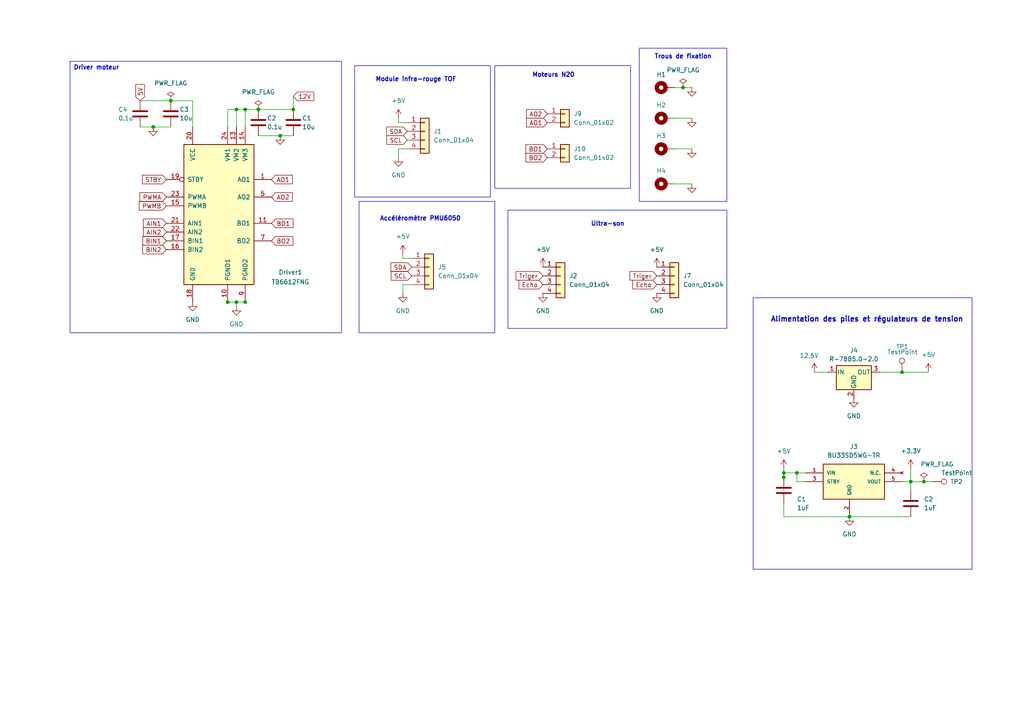
<source format=kicad_sch>
(kicad_sch (version 20250114) (generator "eeschema") (generator_version "9.0")
  (paper "A4")
  (lib_symbols
    (symbol "BU33SD5WG-TR:BU33SD5WG-TR" (pin_names (offset 1.016))
      (property "Reference" "PS1" (at 13.97 7.62 0))
      (property "Value" "BU33SD5WG-TR" (at 13.97 5.08 0))
      (symbol "BU33SD5WG-TR_0_0"
        (rectangle (start 5.08 -7.62) (end 22.86 2.54) (stroke (width 0.254)) (fill (type background)))
        (pin bidirectional line (at 0 0 0) (length 5.08) (name "VIN") (number "1"))
        (pin bidirectional line (at 0 -2.54 0) (length 5.08) (name "STBY") (number "3"))
        (pin bidirectional line (at 12.7 -12.7 90) (length 5.08) (name "GND") (number "2"))
        (pin no_connect line (at 27.94 0 180) (length 5.08) (name "N.C.") (number "4"))
        (pin bidirectional line (at 27.94 -2.54 180) (length 5.08) (name "VOUT") (number "5"))
      )
    )
    (symbol "Connector:TestPoint" (pin_numbers (hide yes)) (pin_names (offset 0.762) (hide yes))
      (property "Reference" "TP" (at 0 6.858 0))
      (property "Value" "TestPoint" (at 0 5.08 0))
      (symbol "TestPoint_0_1"
        (circle (center 0 3.302) (radius 0.762))
      )
      (symbol "TestPoint_1_1"
        (pin passive line (at 0 0 90) (length 2.54) (name "1") (number "1"))
      )
    )
    (symbol "Connector_Generic:Conn_01x02" (pin_names (offset 1.016) (hide yes))
      (property "Reference" "J" (at 0 2.54 0))
      (property "Value" "Conn_01x02" (at 0 -5.08 0))
      (symbol "Conn_01x02_1_1"
        (rectangle (start -1.27 1.27) (end 1.27 -3.81) (stroke (width 0.254)) (fill (type background)))
        (rectangle (start -1.27 0.127) (end 0 -0.127) (stroke (width 0.1524)))
        (rectangle (start -1.27 -2.413) (end 0 -2.667) (stroke (width 0.1524)))
        (pin passive line (at -5.08 0 0) (length 3.81) (name "Pin_1") (number "1"))
        (pin passive line (at -5.08 -2.54 0) (length 3.81) (name "Pin_2") (number "2"))
      )
    )
    (symbol "Connector_Generic:Conn_01x04" (pin_names (offset 1.016) (hide yes))
      (property "Reference" "J" (at 0 5.08 0))
      (property "Value" "Conn_01x04" (at 0 -7.62 0))
      (symbol "Conn_01x04_1_1"
        (rectangle (start -1.27 3.81) (end 1.27 -6.35) (stroke (width 0.254)) (fill (type background)))
        (rectangle (start -1.27 2.667) (end 0 2.413) (stroke (width 0.1524)))
        (rectangle (start -1.27 0.127) (end 0 -0.127) (stroke (width 0.1524)))
        (rectangle (start -1.27 -2.413) (end 0 -2.667) (stroke (width 0.1524)))
        (rectangle (start -1.27 -4.953) (end 0 -5.207) (stroke (width 0.1524)))
        (pin passive line (at -5.08 2.54 0) (length 3.81) (name "Pin_1") (number "1"))
        (pin passive line (at -5.08 0 0) (length 3.81) (name "Pin_2") (number "2"))
        (pin passive line (at -5.08 -2.54 0) (length 3.81) (name "Pin_3") (number "3"))
        (pin passive line (at -5.08 -5.08 0) (length 3.81) (name "Pin_4") (number "4"))
      )
    )
    (symbol "Device:C" (pin_numbers (hide yes)) (pin_names (offset 0.254))
      (property "Reference" "C" (at 0.635 2.54 0))
      (property "Value" "C" (at 0.635 -2.54 0))
      (symbol "C_0_1"
        (polyline (pts (xy -2.032 0.762) (xy 2.032 0.762)) (stroke (width 0.508)))
        (polyline (pts (xy -2.032 -0.762) (xy 2.032 -0.762)) (stroke (width 0.508)))
      )
      (symbol "C_1_1"
        (pin passive line (at 0 3.81 270) (length 2.794) (name "~") (number "1"))
        (pin passive line (at 0 -3.81 90) (length 2.794) (name "~") (number "2"))
      )
    )
    (symbol "Driver_Motor:TB6612FNG" (pin_names (offset 1.016))
      (property "Reference" "Driver1" (at 17.272 -16.764 0))
      (property "Value" "TB6612FNG" (at 15.24 -19.558 0))
      (symbol "TB6612FNG_0_1"
        (rectangle (start -10.16 20.32) (end 10.16 -20.32) (stroke (width 0.254)) (fill (type background)))
      )
      (symbol "TB6612FNG_1_1"
        (pin input inverted (at -15.24 10.16 0) (length 5.08) (name "STBY") (number "19"))
        (pin input line (at -15.24 5.08 0) (length 5.08) (name "PWMA") (number "23"))
        (pin input line (at -15.24 2.54 0) (length 5.08) (name "PWMB") (number "15"))
        (pin input line (at -15.24 -2.54 0) (length 5.08) (name "AIN1") (number "21"))
        (pin input line (at -15.24 -5.08 0) (length 5.08) (name "AIN2") (number "22"))
        (pin input line (at -15.24 -7.62 0) (length 5.08) (name "BIN1") (number "17"))
        (pin input line (at -15.24 -10.16 0) (length 5.08) (name "BIN2") (number "16"))
        (pin power_in line (at -7.62 25.4 270) (length 5.08) (name "VCC") (number "20"))
        (pin power_in line (at -7.62 -25.4 90) (length 5.08) (name "GND") (number "18"))
        (pin power_in line (at 2.54 25.4 270) (length 5.08) (name "VM1") (number "24"))
        (pin power_in line (at 2.54 -25.4 90) (length 5.08) (name "PGND1") (number "10"))
        (pin passive line (at 2.54 -25.4 90) (length 5.08) (hide yes) (name "PGND1") (number "4"))
        (pin power_in line (at 5.08 25.4 270) (length 5.08) (name "VM2") (number "13"))
        (pin power_in line (at 7.62 25.4 270) (length 5.08) (name "VM3") (number "14"))
        (pin passive line (at 7.62 -25.4 90) (length 5.08) (hide yes) (name "PGND2") (number "10"))
        (pin power_in line (at 7.62 -25.4 90) (length 5.08) (name "PGND2") (number "9"))
        (pin output line (at 15.24 10.16 180) (length 5.08) (name "AO1") (number "1"))
        (pin passive line (at 15.24 10.16 180) (length 5.08) (hide yes) (name "AO1") (number "2"))
        (pin output line (at 15.24 5.08 180) (length 5.08) (name "AO2") (number "5"))
        (pin passive line (at 15.24 5.08 180) (length 5.08) (hide yes) (name "AO2") (number "6"))
        (pin output line (at 15.24 -2.54 180) (length 5.08) (name "BO1") (number "11"))
        (pin passive line (at 15.24 -2.54 180) (length 5.08) (hide yes) (name "BO1") (number "12"))
        (pin output line (at 15.24 -7.62 180) (length 5.08) (name "BO2") (number "7"))
        (pin passive line (at 15.24 -7.62 180) (length 5.08) (hide yes) (name "BO2") (number "8"))
      )
    )
    (symbol "GND_3" (power) (pin_numbers (hide yes)) (pin_names (offset 0) (hide yes))
      (property "Value" "GND" (at 0 -3.81 0))
      (symbol "GND_3_0_1"
        (polyline (pts (xy 0 0) (xy 0 -1.27) (xy 1.27 -1.27) (xy 0 -2.54) (xy -1.27 -1.27) (xy 0 -1.27)))
      )
      (symbol "GND_3_1_1"
        (pin power_in line (at 0 0 270) (length 0) (name "~") (number "1"))
      )
    )
    (symbol "MountingHole_Pad_2" (pin_numbers (hide yes)) (pin_names (offset 1.016) (hide yes)) (exclude_from_sim yes) (in_bom no)
      (property "Reference" "H1" (at 2.54 2.5401 0))
      (property "Value" "MountingHole_Pad" (at 2.54 0.0001 0))
      (symbol "MountingHole_Pad_2_0_1"
        (circle (center 0 1.27) (radius 1.27) (stroke (width 1.27)))
      )
      (symbol "MountingHole_Pad_2_1_1"
        (pin input line (at 0 -2.54 90) (length 2.54) (name "1") (number "1"))
      )
    )
    (symbol "Regulator_Switching:R-78B5.0-2.0" (pin_names (offset 0.254))
      (property "Reference" "U" (at -3.81 3.175 0))
      (property "Value" "R-78B5.0-2.0" (at 0 3.175 0))
      (symbol "R-78B5.0-2.0_0_1"
        (rectangle (start -5.08 1.905) (end 5.08 -5.08) (stroke (width 0.254)) (fill (type background)))
      )
      (symbol "R-78B5.0-2.0_1_1"
        (pin power_in line (at -7.62 0 0) (length 2.54) (name "IN") (number "1"))
        (pin power_in line (at 0 -7.62 90) (length 2.54) (name "GND") (number "2"))
        (pin power_out line (at 7.62 0 180) (length 2.54) (name "OUT") (number "3"))
      )
    )
    (symbol "power:+3.3V" (power) (pin_numbers (hide yes)) (pin_names (offset 0) (hide yes))
      (property "Value" "+3.3V" (at 0 3.556 0))
      (symbol "+3.3V_0_1"
        (polyline (pts (xy -0.762 1.27) (xy 0 2.54)))
        (polyline (pts (xy 0 2.54) (xy 0.762 1.27)))
        (polyline (pts (xy 0 0) (xy 0 2.54)))
      )
      (symbol "+3.3V_1_1"
        (pin power_in line (at 0 0 90) (length 0) (name "~") (number "1"))
      )
    )
    (symbol "power:+5V" (power) (pin_numbers (hide yes)) (pin_names (offset 0) (hide yes))
      (property "Value" "+5V" (at 0 3.556 0))
      (symbol "+5V_0_1"
        (polyline (pts (xy -0.762 1.27) (xy 0 2.54)))
        (polyline (pts (xy 0 2.54) (xy 0.762 1.27)))
        (polyline (pts (xy 0 0) (xy 0 2.54)))
      )
      (symbol "+5V_1_1"
        (pin power_in line (at 0 0 90) (length 0) (name "~") (number "1"))
      )
    )
    (symbol "power:+7.5V" (power) (pin_numbers (hide yes)) (pin_names (offset 0) (hide yes))
      (property "Value" "+7.5V" (at 0 3.556 0))
      (symbol "+7.5V_0_1"
        (polyline (pts (xy -0.762 1.27) (xy 0 2.54)))
        (polyline (pts (xy 0 2.54) (xy 0.762 1.27)))
        (polyline (pts (xy 0 0) (xy 0 2.54)))
      )
      (symbol "+7.5V_1_1"
        (pin power_in line (at 0 0 90) (length 0) (name "~") (number "1"))
      )
    )
    (symbol "power:GND" (power) (pin_numbers (hide yes)) (pin_names (offset 0) (hide yes))
      (property "Value" "GND" (at 0 -3.81 0))
      (symbol "GND_0_1"
        (polyline (pts (xy 0 0) (xy 0 -1.27) (xy 1.27 -1.27) (xy 0 -2.54) (xy -1.27 -1.27) (xy 0 -1.27)))
      )
      (symbol "GND_1_1"
        (pin power_in line (at 0 0 270) (length 0) (name "~") (number "1"))
      )
    )
    (symbol "power:PWR_FLAG" (power) (pin_numbers (hide yes)) (pin_names (offset 0) (hide yes))
      (property "Value" "PWR_FLAG" (at 0 3.81 0))
      (symbol "PWR_FLAG_0_0"
        (pin power_out line (at 0 0 90) (length 0) (name "~") (number "1"))
      )
      (symbol "PWR_FLAG_0_1"
        (polyline (pts (xy 0 0) (xy 0 1.27) (xy -1.016 1.905) (xy 0 2.54) (xy 1.016 1.905) (xy 0 1.27)))
      )
    )
  )
  (rectangle (start 147.32 60.96) (end 210.82 95.25))
  (rectangle (start 102.87 19.05) (end 142.24 57.15))
  (rectangle (start 104.14 58.42) (end 143.51 96.52))
  (rectangle (start 218.44 86.36) (end 281.94 165.1))
  (rectangle (start 185.42 13.97) (end 210.82 58.42))
  (rectangle (start 143.51 19.05) (end 182.88 54.61))
  (text "Module infra-rouge TOF\n\n" (at 120.65 24.13 0) (effects (font (size 1.27 1.27) (thickness 0.254) (bold yes))))
  (text "Trous de fixation\n" (at 198.12 16.51 0) (effects (font (size 1.27 1.27) (thickness 0.254) (bold yes))))
  (text "Ultra-son\n" (at 176.276 65.024 0) (effects (font (size 1.27 1.27) (thickness 0.254) (bold yes))))
  (text "Moteurs N20\n\n" (at 160.528 22.86 0) (effects (font (size 1.27 1.27) (thickness 0.254) (bold yes))))
  (text "Accéléromètre PMU6050" (at 121.92 63.5 0) (effects (font (size 1.27 1.27) (thickness 0.254) (bold yes))))
  (text "Alimentation des piles et régulateurs de tension" (at 251.46 92.71 0) (effects (font (size 1.5 1.5) (thickness 0.3) (bold yes))))
  (text_box "Driver moteur" (at 20.32 17.78 0) (size 78.74 78.74) (margins 0.9525 0.9525 0.9525 0.9525) (effects (font (size 1.27 1.27) (thickness 0.254) (bold yes)) (justify left top)))
  (junction (at 227.33 137.16))
  (junction (at 264.16 139.7))
  (junction (at 198.12 25.4))
  (junction (at 81.28 39.37))
  (junction (at 68.58 31.75))
  (junction (at 74.93 31.75))
  (junction (at 44.45 36.83))
  (junction (at 66.04 87.63))
  (junction (at 71.12 87.63))
  (junction (at 267.97 139.7))
  (junction (at 49.53 29.21))
  (junction (at 246.38 149.86))
  (junction (at 68.58 87.63))
  (junction (at 85.09 31.75))
  (junction (at 71.12 31.75))
  (junction (at 227.33 138.43))
  (junction (at 231.14 137.16))
  (junction (at 261.62 107.95))
  (wire (pts (xy 115.57 45.72) (xy 115.57 43.18)))
  (wire (pts (xy 66.04 86.36) (xy 66.04 87.63)))
  (wire (pts (xy 71.12 31.75) (xy 74.93 31.75)))
  (wire (pts (xy 116.84 74.93) (xy 119.38 74.93)))
  (wire (pts (xy 195.58 53.34) (xy 200.66 53.34)))
  (wire (pts (xy 198.12 25.4) (xy 200.66 25.4)))
  (wire (pts (xy 68.58 31.75) (xy 71.12 31.75)))
  (wire (pts (xy 195.58 34.29) (xy 200.66 34.29)))
  (wire (pts (xy 116.84 73.66) (xy 116.84 74.93)))
  (wire (pts (xy 231.14 137.16) (xy 233.68 137.16)))
  (wire (pts (xy 40.64 29.21) (xy 49.53 29.21)))
  (wire (pts (xy 227.33 142.24) (xy 227.33 138.43)))
  (wire (pts (xy 236.22 107.95) (xy 240.03 107.95)))
  (wire (pts (xy 115.57 34.29) (xy 115.57 35.56)))
  (wire (pts (xy 227.33 135.89) (xy 227.33 137.16)))
  (wire (pts (xy 66.04 31.75) (xy 68.58 31.75)))
  (wire (pts (xy 66.04 87.63) (xy 68.58 87.63)))
  (wire (pts (xy 66.04 31.75) (xy 66.04 36.83)))
  (wire (pts (xy 68.58 88.9) (xy 68.58 87.63)))
  (wire (pts (xy 68.58 87.63) (xy 71.12 87.63)))
  (wire (pts (xy 44.45 36.83) (xy 49.53 36.83)))
  (wire (pts (xy 227.33 149.86) (xy 246.38 149.86)))
  (wire (pts (xy 227.33 137.16) (xy 231.14 137.16)))
  (wire (pts (xy 227.33 149.86) (xy 227.33 146.05)))
  (wire (pts (xy 71.12 31.75) (xy 71.12 36.83)))
  (wire (pts (xy 246.38 149.86) (xy 264.16 149.86)))
  (wire (pts (xy 195.58 25.4) (xy 198.12 25.4)))
  (wire (pts (xy 116.84 85.09) (xy 116.84 82.55)))
  (wire (pts (xy 74.93 31.75) (xy 85.09 31.75)))
  (wire (pts (xy 85.09 27.94) (xy 85.09 31.75)))
  (wire (pts (xy 40.64 36.83) (xy 44.45 36.83)))
  (wire (pts (xy 74.93 39.37) (xy 81.28 39.37)))
  (wire (pts (xy 55.88 29.21) (xy 55.88 36.83)))
  (wire (pts (xy 115.57 43.18) (xy 118.11 43.18)))
  (wire (pts (xy 270.51 139.7) (xy 267.97 139.7)))
  (wire (pts (xy 116.84 82.55) (xy 119.38 82.55)))
  (wire (pts (xy 55.88 29.21) (xy 49.53 29.21)))
  (wire (pts (xy 264.16 139.7) (xy 264.16 142.24)))
  (wire (pts (xy 255.27 107.95) (xy 261.62 107.95)))
  (wire (pts (xy 231.14 139.7) (xy 233.68 139.7)))
  (wire (pts (xy 68.58 31.75) (xy 68.58 36.83)))
  (wire (pts (xy 269.24 107.95) (xy 261.62 107.95)))
  (wire (pts (xy 231.14 137.16) (xy 231.14 139.7)))
  (wire (pts (xy 261.62 139.7) (xy 264.16 139.7)))
  (wire (pts (xy 115.57 35.56) (xy 118.11 35.56)))
  (wire (pts (xy 195.58 43.18) (xy 200.66 43.18)))
  (wire (pts (xy 264.16 135.89) (xy 264.16 139.7)))
  (wire (pts (xy 81.28 39.37) (xy 85.09 39.37)))
  (wire (pts (xy 267.97 139.7) (xy 264.16 139.7)))
  (wire (pts (xy 71.12 86.36) (xy 71.12 87.63)))
  (wire (pts (xy 227.33 137.16) (xy 227.33 138.43)))
  (global_label "BO2" (shape input) (at 78.74 69.85 0) (effects (font (thickness 0.1588))) (property "Intersheetrefs" "${INTERSHEET_REFS}" (effects (hide yes))))
  (global_label "BIN2" (shape input) (at 48.26 72.39 180) (effects (font (thickness 0.1588))) (property "Intersheetrefs" "${INTERSHEET_REFS}" (effects (hide yes))))
  (global_label "SCL" (shape input) (at 119.38 80.01 180) (property "Intersheetrefs" "${INTERSHEET_REFS}" (effects (hide yes))))
  (global_label "12V" (shape input) (at 85.09 27.94 0) (property "Intersheetrefs" "${INTERSHEET_REFS}" (effects (hide yes))))
  (global_label "AO1" (shape input) (at 158.75 35.56 180) (effects (font (thickness 0.1588))) (property "Intersheetrefs" "${INTERSHEET_REFS}" (effects (hide yes))))
  (global_label "SDA" (shape input) (at 119.38 77.47 180) (property "Intersheetrefs" "${INTERSHEET_REFS}" (effects (hide yes))))
  (global_label "SDA" (shape input) (at 118.11 38.1 180) (property "Intersheetrefs" "${INTERSHEET_REFS}" (effects (hide yes))))
  (global_label "AO1" (shape input) (at 78.74 52.07 0) (effects (font (thickness 0.1588))) (property "Intersheetrefs" "${INTERSHEET_REFS}" (effects (hide yes))))
  (global_label "5V" (shape input) (at 40.64 29.21 90) (property "Intersheetrefs" "${INTERSHEET_REFS}" (effects (hide yes))))
  (global_label "AO2" (shape input) (at 78.74 57.15 0) (effects (font (thickness 0.1588))) (property "Intersheetrefs" "${INTERSHEET_REFS}" (effects (hide yes))))
  (global_label "Triger" (shape input) (at 157.48 80.01 180) (property "Intersheetrefs" "${INTERSHEET_REFS}" (effects (hide yes))))
  (global_label "BO2" (shape input) (at 158.75 45.72 180) (effects (font (thickness 0.1588))) (property "Intersheetrefs" "${INTERSHEET_REFS}" (effects (hide yes))))
  (global_label "BO1" (shape input) (at 158.75 43.18 180) (effects (font (thickness 0.1588))) (property "Intersheetrefs" "${INTERSHEET_REFS}" (effects (hide yes))))
  (global_label "AIN2" (shape input) (at 48.26 67.31 180) (effects (font (thickness 0.1588))) (property "Intersheetrefs" "${INTERSHEET_REFS}" (effects (hide yes))))
  (global_label "STBY" (shape input) (at 48.26 52.07 180) (effects (font (thickness 0.1588))) (property "Intersheetrefs" "${INTERSHEET_REFS}" (effects (hide yes))))
  (global_label "PWMA" (shape input) (at 48.26 57.15 180) (effects (font (thickness 0.1588))) (property "Intersheetrefs" "${INTERSHEET_REFS}" (effects (hide yes))))
  (global_label "AO2" (shape input) (at 158.75 33.02 180) (effects (font (thickness 0.1588))) (property "Intersheetrefs" "${INTERSHEET_REFS}" (effects (hide yes))))
  (global_label "PWMB" (shape input) (at 48.26 59.69 180) (effects (font (thickness 0.1588))) (property "Intersheetrefs" "${INTERSHEET_REFS}" (effects (hide yes))))
  (global_label "Echo" (shape input) (at 157.48 82.55 180) (property "Intersheetrefs" "${INTERSHEET_REFS}" (effects (hide yes))))
  (global_label "SCL" (shape input) (at 118.11 40.64 180) (property "Intersheetrefs" "${INTERSHEET_REFS}" (effects (hide yes))))
  (global_label "AIN1" (shape input) (at 48.26 64.77 180) (effects (font (thickness 0.1588))) (property "Intersheetrefs" "${INTERSHEET_REFS}" (effects (hide yes))))
  (global_label "Echo" (shape input) (at 190.5 82.55 180) (property "Intersheetrefs" "${INTERSHEET_REFS}" (effects (hide yes))))
  (global_label "BO1" (shape input) (at 78.74 64.77 0) (effects (font (thickness 0.1588))) (property "Intersheetrefs" "${INTERSHEET_REFS}" (effects (hide yes))))
  (global_label "Triger" (shape input) (at 190.5 80.01 180) (property "Intersheetrefs" "${INTERSHEET_REFS}" (effects (hide yes))))
  (global_label "BIN1" (shape input) (at 48.26 69.85 180) (effects (font (thickness 0.1588))) (property "Intersheetrefs" "${INTERSHEET_REFS}" (effects (hide yes))))
  (symbol (lib_id "power:+7.5V") (at 236.22 107.95 0) (unit 1)
    (property "Reference" "#PWR010" (effects (hide yes)))
    (property "Value" "12,6V" (at 231.902 103.124 0) (effects (justify left)))
    (property "Description" "Power symbol creates a global label with name \"+7.5V\"" (effects (hide yes)))
  )
  (symbol (lib_id "power:+3.3V") (at 115.57 34.29 0) (unit 1)
    (property "Reference" "#PWR06" (effects (hide yes)))
    (property "Value" "+5V" (at 115.57 29.21 0))
    (property "Description" "Power symbol creates a global label with name \"+3.3V\"" (effects (hide yes)))
  )
  (symbol (lib_name "MountingHole_Pad_2") (lib_id "Mechanical:MountingHole_Pad") (at 193.04 53.34 90) (unit 1) (exclude_from_sim yes) (in_bom no)
    (property "Reference" "H4" (at 191.77 49.53 90))
    (property "Value" "MountingHole_Pad" (effects (hide yes)))
    (property "Footprint" "MountingHole:MountingHole_2.7mm_M2.5_Pad" (effects (hide yes)))
    (property "Description" "Mounting Hole with connection" (effects (hide yes)))
  )
  (symbol (lib_id "power:PWR_FLAG") (at 198.12 25.4 0) (unit 1)
    (property "Reference" "#FLG01" (effects (hide yes)))
    (property "Value" "PWR_FLAG" (at 198.12 20.32 0))
    (property "Description" "Special symbol for telling ERC where power comes from" (effects (hide yes)))
  )
  (symbol (lib_id "Device:C") (at 40.64 33.02 0) (unit 1)
    (property "Reference" "C4" (at 34.29 31.75 0) (effects (justify left)))
    (property "Value" "0.1u" (at 34.29 34.29 0) (effects (justify left)))
    (property "Footprint" "Capacitor_SMD:C_0402_1005Metric" (effects (hide yes)))
    (property "Description" "Unpolarized capacitor" (effects (hide yes)))
  )
  (symbol (lib_id "power:GND") (at 81.28 39.37 0) (unit 1)
    (property "Reference" "#PWR034" (effects (hide yes)))
    (property "Value" "GND" (effects (hide yes)))
    (property "Description" "Power symbol creates a global label with name \"GND\" , ground" (effects (hide yes)))
  )
  (symbol (lib_id "Connector_Generic:Conn_01x04") (at 195.58 80.01 0) (unit 1)
    (property "Reference" "J7" (at 198.12 80.0099 0) (effects (justify left)))
    (property "Value" "Conn_01x04" (at 198.12 82.5499 0) (effects (justify left)))
    (property "Footprint" "Connector_JST:JST_PH_B4B-PH-K_1x04_P2.00mm_Vertical" (effects (hide yes)))
    (property "Description" "Generic connector, single row, 01x04, script generated (kicad-library-utils/schlib/autogen/connector/)" (effects (hide yes)))
  )
  (symbol (lib_name "MountingHole_Pad_2") (lib_id "Mechanical:MountingHole_Pad") (at 193.04 43.18 90) (unit 1) (exclude_from_sim yes) (in_bom no)
    (property "Reference" "H3" (at 191.77 39.37 90))
    (property "Value" "MountingHole_Pad" (effects (hide yes)))
    (property "Footprint" "MountingHole:MountingHole_2.7mm_M2.5_Pad" (effects (hide yes)))
    (property "Description" "Mounting Hole with connection" (effects (hide yes)))
  )
  (symbol (lib_id "power:PWR_FLAG") (at 267.97 139.7 0) (unit 1)
    (property "Reference" "#FLG02" (effects (hide yes)))
    (property "Value" "PWR_FLAG" (at 271.78 134.62 0))
    (property "Description" "Special symbol for telling ERC where power comes from" (effects (hide yes)))
  )
  (symbol (lib_id "Device:C") (at 74.93 35.56 0) (unit 1)
    (property "Reference" "C2" (at 77.47 34.29 0) (effects (justify left)))
    (property "Value" "0.1u" (at 77.47 36.83 0) (effects (justify left)))
    (property "Footprint" "Capacitor_SMD:C_0402_1005Metric" (effects (hide yes)))
    (property "Description" "Unpolarized capacitor" (effects (hide yes)))
  )
  (symbol (lib_id "power:+5V") (at 227.33 135.89 0) (unit 1)
    (property "Reference" "#PWR08" (effects (hide yes)))
    (property "Value" "+5V" (at 227.33 130.81 0))
    (property "Description" "Power symbol creates a global label with name \"+5V\"" (effects (hide yes)))
  )
  (symbol (lib_id "Connector:TestPoint") (at 261.62 107.95 0) (unit 1)
    (property "Reference" "TP1" (at 259.842 100.584 0) (effects (justify left)))
    (property "Value" "TestPoint" (at 257.302 102.108 0) (effects (justify left)))
    (property "Footprint" "TestPoint:TestPoint_Pad_D2.0mm" (effects (hide yes)))
    (property "Description" "test point" (effects (hide yes)))
  )
  (symbol (lib_id "Connector_Generic:Conn_01x04") (at 124.46 77.47 0) (unit 1)
    (property "Reference" "J5" (at 127 77.4699 0) (effects (justify left)))
    (property "Value" "Conn_01x04" (at 127 80.0099 0) (effects (justify left)))
    (property "Description" "Generic connector, single row, 01x04, script generated (kicad-library-utils/schlib/autogen/connector/)" (effects (hide yes)))
  )
  (symbol (lib_id "power:+5V") (at 157.48 77.47 0) (unit 1)
    (property "Reference" "#PWR04" (effects (hide yes)))
    (property "Value" "+5V" (at 157.48 72.39 0))
    (property "Description" "Power symbol creates a global label with name \"+5V\"" (effects (hide yes)))
  )
  (symbol (lib_id "Connector:TestPoint") (at 270.51 139.7 270) (unit 1)
    (property "Reference" "TP2" (at 275.59 139.7 90) (effects (justify left)))
    (property "Value" "TestPoint" (at 273.05 137.16 90) (effects (justify left)))
    (property "Footprint" "TestPoint:TestPoint_Pad_D2.0mm" (effects (hide yes)))
    (property "Description" "test point" (effects (hide yes)))
  )
  (symbol (lib_id "Connector_Generic:Conn_01x04") (at 162.56 80.01 0) (unit 1)
    (property "Reference" "J2" (at 165.1 80.0099 0) (effects (justify left)))
    (property "Value" "Conn_01x04" (at 165.1 82.5499 0) (effects (justify left)))
    (property "Footprint" "Connector_JST:JST_PH_B4B-PH-K_1x04_P2.00mm_Vertical" (effects (hide yes)))
    (property "Description" "Generic connector, single row, 01x04, script generated (kicad-library-utils/schlib/autogen/connector/)" (effects (hide yes)))
  )
  (symbol (lib_id "power:GND") (at 200.66 34.29 0) (unit 1)
    (property "Reference" "#PWR02" (effects (hide yes)))
    (property "Value" "GND" (effects (hide yes)))
    (property "Description" "Power symbol creates a global label with name \"GND\" , ground" (effects (hide yes)))
  )
  (symbol (lib_id "Driver_Motor:TB6612FNG") (at 63.5 62.23 0) (unit 1)
    (property "Reference" "Driver1" (at 80.772 78.994 0) (effects (justify left)))
    (property "Value" "TB6612FNG" (at 78.74 81.788 0) (effects (justify left)))
    (property "Footprint" "Package_SO:SSOP-24_5.3x8.2mm_P0.65mm" (effects (hide yes)))
    (property "Datasheet" "https://toshiba.semicon-storage.com/us/product/linear/motordriver/detail.TB6612FNG.html" (effects (hide yes)))
    (property "Description" "Driver IC for Dual DC motor, SSOP-24" (effects (hide yes)))
  )
  (symbol (lib_id "power:+5V") (at 190.5 77.47 0) (unit 1)
    (property "Reference" "#PWR018" (effects (hide yes)))
    (property "Value" "+5V" (at 190.5 72.39 0))
    (property "Description" "Power symbol creates a global label with name \"+5V\"" (effects (hide yes)))
  )
  (symbol (lib_id "Regulator_Switching:R-78B5.0-2.0") (at 247.65 107.95 0) (unit 1)
    (property "Reference" "J4" (at 247.65 101.6 0))
    (property "Value" "R-78B5.0-2.0" (at 247.65 104.14 0))
    (property "Footprint" "Converter_DCDC:Converter_DCDC_RECOM_R-78B-2.0_THT" (effects (hide yes)))
    (property "Datasheet" "https://www.recom-power.com/pdf/Innoline/R-78Bxx-2.0.pdf" (effects (hide yes)))
    (property "Description" "2A Step-Down DC/DC-Regulator, 6.5-32V input, 5.0V fixed Output Voltage, LM78xx replacement, -40°C to +85°C, SIP3" (effects (hide yes)))
  )
  (symbol (lib_name "MountingHole_Pad_2") (lib_id "Mechanical:MountingHole_Pad") (at 193.04 25.4 90) (unit 1) (exclude_from_sim yes) (in_bom no)
    (property "Reference" "H1" (at 191.77 21.59 90))
    (property "Value" "MountingHole_Pad" (effects (hide yes)))
    (property "Footprint" "MountingHole:MountingHole_2.7mm_M2.5_Pad" (effects (hide yes)))
    (property "Description" "Mounting Hole with connection" (effects (hide yes)))
  )
  (symbol (lib_id "Connector_Generic:Conn_01x02") (at 163.83 33.02 0) (unit 1)
    (property "Reference" "J9" (at 166.37 33.0199 0) (effects (justify left)))
    (property "Value" "Conn_01x02" (at 166.37 35.5599 0) (effects (justify left)))
    (property "Footprint" "Connector_JST:JST_XH_B2B-XH-A_1x02_P2.50mm_Vertical" (effects (hide yes)))
    (property "Description" "Generic connector, single row, 01x02, script generated (kicad-library-utils/schlib/autogen/connector/)" (effects (hide yes)))
  )
  (symbol (lib_id "power:PWR_FLAG") (at 49.53 29.21 0) (unit 1)
    (property "Reference" "#FLG06" (effects (hide yes)))
    (property "Value" "PWR_FLAG" (at 49.53 24.13 0))
    (property "Description" "Special symbol for telling ERC where power comes from" (effects (hide yes)))
  )
  (symbol (lib_id "power:GND") (at 68.58 88.9 0) (unit 1)
    (property "Reference" "#PWR033" (effects (hide yes)))
    (property "Value" "GND" (at 68.58 93.98 0))
    (property "Description" "Power symbol creates a global label with name \"GND\" , ground" (effects (hide yes)))
  )
  (symbol (lib_id "Device:C") (at 49.53 33.02 0) (unit 1)
    (property "Reference" "C3" (at 52.07 31.75 0) (effects (justify left)))
    (property "Value" "10u" (at 52.07 34.29 0) (effects (justify left)))
    (property "Footprint" "Capacitor_SMD:C_0805_2012Metric" (effects (hide yes)))
    (property "Description" "Unpolarized capacitor" (effects (hide yes)))
  )
  (symbol (lib_name "GND_3") (lib_id "power:GND") (at 247.65 115.57 0) (unit 1)
    (property "Reference" "#PWR011" (effects (hide yes)))
    (property "Value" "GND" (at 247.65 120.65 0))
    (property "Description" "Power symbol creates a global label with name \"GND\" , ground" (effects (hide yes)))
  )
  (symbol (lib_id "power:GND") (at 190.5 85.09 0) (unit 1)
    (property "Reference" "#PWR019" (effects (hide yes)))
    (property "Value" "GND" (at 190.5 90.17 0))
    (property "Description" "Power symbol creates a global label with name \"GND\" , ground" (effects (hide yes)))
  )
  (symbol (lib_id "Device:C") (at 264.16 146.05 0) (unit 1)
    (property "Reference" "C2" (at 267.97 144.7799 0) (effects (justify left)))
    (property "Value" "1uF" (at 267.97 147.3199 0) (effects (justify left)))
    (property "Footprint" "Capacitor_SMD:C_0603_1608Metric_Pad1.08x0.95mm_HandSolder" (effects (hide yes)))
    (property "Description" "Unpolarized capacitor" (effects (hide yes)))
  )
  (symbol (lib_id "power:GND") (at 55.88 87.63 0) (unit 1)
    (property "Reference" "#PWR032" (effects (hide yes)))
    (property "Value" "GND" (at 55.88 92.71 0))
    (property "Description" "Power symbol creates a global label with name \"GND\" , ground" (effects (hide yes)))
  )
  (symbol (lib_id "power:GND") (at 246.38 149.86 0) (unit 1)
    (property "Reference" "#PWR09" (effects (hide yes)))
    (property "Value" "GND" (at 246.38 154.94 0))
    (property "Description" "Power symbol creates a global label with name \"GND\" , ground" (effects (hide yes)))
  )
  (symbol (lib_id "Connector_Generic:Conn_01x02") (at 163.83 43.18 0) (unit 1)
    (property "Reference" "J10" (at 166.37 43.1799 0) (effects (justify left)))
    (property "Value" "Conn_01x02" (at 166.37 45.7199 0) (effects (justify left)))
    (property "Footprint" "Connector_JST:JST_XH_B2B-XH-A_1x02_P2.50mm_Vertical" (effects (hide yes)))
    (property "Description" "Generic connector, single row, 01x02, script generated (kicad-library-utils/schlib/autogen/connector/)" (effects (hide yes)))
  )
  (symbol (lib_id "power:GND") (at 157.48 85.09 0) (unit 1)
    (property "Reference" "#PWR05" (effects (hide yes)))
    (property "Value" "GND" (at 157.48 90.17 0))
    (property "Description" "Power symbol creates a global label with name \"GND\" , ground" (effects (hide yes)))
  )
  (symbol (lib_id "Device:C") (at 227.33 142.24 0) (unit 1)
    (property "Reference" "C1" (at 231.14 144.7799 0) (effects (justify left)))
    (property "Value" "1uF" (at 231.14 147.3199 0) (effects (justify left)))
    (property "Footprint" "Capacitor_SMD:C_0603_1608Metric_Pad1.08x0.95mm_HandSolder" (effects (hide yes)))
    (property "Description" "Unpolarized capacitor" (effects (hide yes)))
  )
  (symbol (lib_id "power:GND") (at 115.57 45.72 0) (unit 1)
    (property "Reference" "#PWR07" (effects (hide yes)))
    (property "Value" "GND" (at 115.57 50.8 0))
    (property "Description" "Power symbol creates a global label with name \"GND\" , ground" (effects (hide yes)))
  )
  (symbol (lib_id "power:GND") (at 200.66 25.4 0) (unit 1)
    (property "Reference" "#PWR01" (effects (hide yes)))
    (property "Value" "GND" (effects (hide yes)))
    (property "Description" "Power symbol creates a global label with name \"GND\" , ground" (effects (hide yes)))
  )
  (symbol (lib_id "Connector_Generic:Conn_01x04") (at 123.19 38.1 0) (unit 1)
    (property "Reference" "J1" (at 125.73 38.0999 0) (effects (justify left)))
    (property "Value" "Conn_01x04" (at 125.73 40.6399 0) (effects (justify left)))
    (property "Description" "Generic connector, single row, 01x04, script generated (kicad-library-utils/schlib/autogen/connector/)" (effects (hide yes)))
  )
  (symbol (lib_name "MountingHole_Pad_2") (lib_id "Mechanical:MountingHole_Pad") (at 193.04 34.29 90) (unit 1) (exclude_from_sim yes) (in_bom no)
    (property "Reference" "H2" (at 191.77 30.48 90))
    (property "Value" "MountingHole_Pad" (effects (hide yes)))
    (property "Footprint" "MountingHole:MountingHole_2.7mm_M2.5_Pad" (effects (hide yes)))
    (property "Description" "Mounting Hole with connection" (effects (hide yes)))
  )
  (symbol (lib_id "power:+3.3V") (at 269.24 107.95 0) (unit 1)
    (property "Reference" "#PWR015" (effects (hide yes)))
    (property "Value" "+5V" (at 269.24 102.87 0))
    (property "Description" "Power symbol creates a global label with name \"+3.3V\"" (effects (hide yes)))
  )
  (symbol (lib_id "power:GND") (at 116.84 85.09 0) (unit 1)
    (property "Reference" "#PWR014" (effects (hide yes)))
    (property "Value" "GND" (at 116.84 90.17 0))
    (property "Description" "Power symbol creates a global label with name \"GND\" , ground" (effects (hide yes)))
  )
  (symbol (lib_id "power:GND") (at 200.66 53.34 0) (unit 1)
    (property "Reference" "#PWR035" (effects (hide yes)))
    (property "Value" "GND" (effects (hide yes)))
    (property "Description" "Power symbol creates a global label with name \"GND\" , ground" (effects (hide yes)))
  )
  (symbol (lib_id "Device:C") (at 85.09 35.56 0) (unit 1)
    (property "Reference" "C1" (at 87.63 34.29 0) (effects (justify left)))
    (property "Value" "10u" (at 87.63 36.83 0) (effects (justify left)))
    (property "Footprint" "Capacitor_SMD:C_0805_2012Metric" (effects (hide yes)))
    (property "Description" "Unpolarized capacitor" (effects (hide yes)))
  )
  (symbol (lib_id "power:GND") (at 200.66 43.18 0) (unit 1)
    (property "Reference" "#PWR03" (effects (hide yes)))
    (property "Value" "GND" (effects (hide yes)))
    (property "Description" "Power symbol creates a global label with name \"GND\" , ground" (effects (hide yes)))
  )
  (symbol (lib_id "power:+3.3V") (at 264.16 135.89 0) (unit 1)
    (property "Reference" "#PWR012" (effects (hide yes)))
    (property "Value" "+3.3V" (at 264.16 130.81 0))
    (property "Description" "Power symbol creates a global label with name \"+3.3V\"" (effects (hide yes)))
  )
  (symbol (lib_id "power:GND") (at 44.45 36.83 0) (unit 1)
    (property "Reference" "#PWR031" (effects (hide yes)))
    (property "Value" "GND" (effects (hide yes)))
    (property "Description" "Power symbol creates a global label with name \"GND\" , ground" (effects (hide yes)))
  )
  (symbol (lib_id "power:+3.3V") (at 116.84 73.66 0) (unit 1)
    (property "Reference" "#PWR013" (effects (hide yes)))
    (property "Value" "+5V" (at 116.84 68.58 0))
    (property "Description" "Power symbol creates a global label with name \"+3.3V\"" (effects (hide yes)))
  )
  (symbol (lib_id "power:PWR_FLAG") (at 74.93 31.75 0) (unit 1)
    (property "Reference" "#FLG05" (effects (hide yes)))
    (property "Value" "PWR_FLAG" (at 74.93 26.67 0))
    (property "Description" "Special symbol for telling ERC where power comes from" (effects (hide yes)))
  )
  (symbol (lib_id "BU33SD5WG-TR:BU33SD5WG-TR") (at 233.68 137.16 0) (unit 1)
    (property "Reference" "J3" (at 247.65 129.54 0))
    (property "Value" "BU33SD5WG-TR" (at 247.65 132.08 0))
    (property "Footprint" "BU33SD5WG-TR:SOT95P280X125-5N" (effects (hide yes)))
    (property "Manufacturer_Name" "ROHM Semiconductor" (effects (hide yes)))
    (property "MF" "Rohm" (effects (hide yes)))
    (property "Mouser_Price-Stock" "https://www.mouser.co.uk/ProductDetail/ROHM-Semiconductor/BU33SD5WG-TR?qs=%2FKR40Cd6GUrQDzRkUEt69Q%3D%3D" (effects (hide yes)))
    (property "Description_1" "\n                        \n                            Linear Voltage Regulator IC Positive Fixed 1 Output  500mA 5-SSOP\n                        \n" (effects (hide yes)))
    (property "Mouser_Part_Number" "755-BU33SD5WG-TR" (effects (hide yes)))
    (property "Price" "None" (effects (hide yes)))
    (property "Package" "SSOP-5 Rohm" (effects (hide yes)))
    (property "Check_prices" "https://www.snapeda.com/parts/BU33SD5WG-TR/Rohm/view-part/?ref=eda" (effects (hide yes)))
    (property "Height" "1.25mm" (effects (hide yes)))
    (property "MP" "BU33SD5WG-TR" (effects (hide yes)))
    (property "SnapEDA_Link" "https://www.snapeda.com/parts/BU33SD5WG-TR/Rohm/view-part/?ref=snap" (effects (hide yes)))
    (property "Availability" "In Stock" (effects (hide yes)))
    (property "Manufacturer_Part_Number" "BU33SD5WG-TR" (effects (hide yes)))
  )
)
</source>
